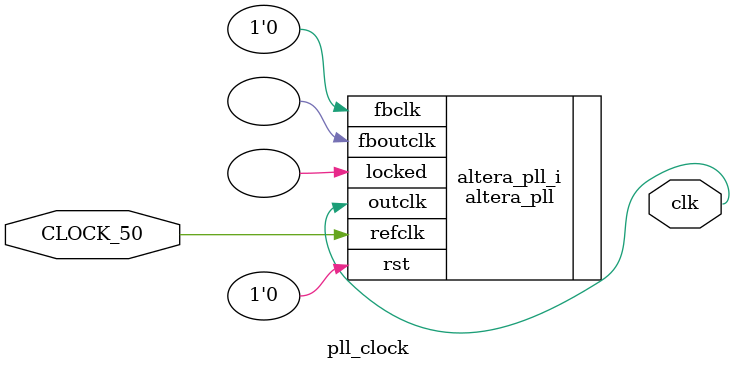
<source format=v>
module pll_clock #(parameter frequency="50 MHz", parameter IS_HALF_SIM = 0) (input CLOCK_50, output clk);
`ifndef __ICARUS__
    altera_pll #(
    	.fractional_vco_multiplier("false"),
        .reference_clock_frequency("50.0 MHz"),
        .operation_mode("direct"),
        .number_of_clocks(1),
        .output_clock_frequency0(frequency),
        .phase_shift0("0 ps"),
        .duty_cycle0(50),
        .output_clock_frequency1("0 MHz"),
        .phase_shift1("0 ps"),
        .duty_cycle1(50),
        .output_clock_frequency2("0 MHz"),
        .phase_shift2("0 ps"),
        .duty_cycle2(50),
        .output_clock_frequency3("0 MHz"),
        .phase_shift3("0 ps"),
        .duty_cycle3(50),
        .output_clock_frequency4("0 MHz"),
        .phase_shift4("0 ps"),
        .duty_cycle4(50),
        .output_clock_frequency5("0 MHz"),
        .phase_shift5("0 ps"),
        .duty_cycle5(50),
        .output_clock_frequency6("0 MHz"),
        .phase_shift6("0 ps"),
        .duty_cycle6(50),
        .output_clock_frequency7("0 MHz"),
        .phase_shift7("0 ps"),
        .duty_cycle7(50),
        .output_clock_frequency8("0 MHz"),
        .phase_shift8("0 ps"),
        .duty_cycle8(50),
        .output_clock_frequency9("0 MHz"),
        .phase_shift9("0 ps"),
        .duty_cycle9(50),
        .output_clock_frequency10("0 MHz"),
        .phase_shift10("0 ps"),
        .duty_cycle10(50),
        .output_clock_frequency11("0 MHz"),
        .phase_shift11("0 ps"),
        .duty_cycle11(50),
        .output_clock_frequency12("0 MHz"),
        .phase_shift12("0 ps"),
        .duty_cycle12(50),
        .output_clock_frequency13("0 MHz"),
        .phase_shift13("0 ps"),
        .duty_cycle13(50),
        .output_clock_frequency14("0 MHz"),
        .phase_shift14("0 ps"),
        .duty_cycle14(50),
        .output_clock_frequency15("0 MHz"),
        .phase_shift15("0 ps"),
        .duty_cycle15(50),
        .output_clock_frequency16("0 MHz"),
        .phase_shift16("0 ps"),
        .duty_cycle16(50),
        .output_clock_frequency17("0 MHz"),
        .phase_shift17("0 ps"),
        .duty_cycle17(50),
        .pll_type("General"),
        .pll_subtype("General")
     ) altera_pll_i (
        .rst	(1'b0),
        .outclk	(clk),
        .locked	(),
        .fboutclk	( ),
        .fbclk	(1'b0),
        .refclk	(CLOCK_50)
     );
 `else
     reg clock = 0;
     assign clk = IS_HALF_SIM ? clock : CLOCK_50;
     always @(posedge CLOCK_50) clock <= ~clock;
 `endif
endmodule
</source>
